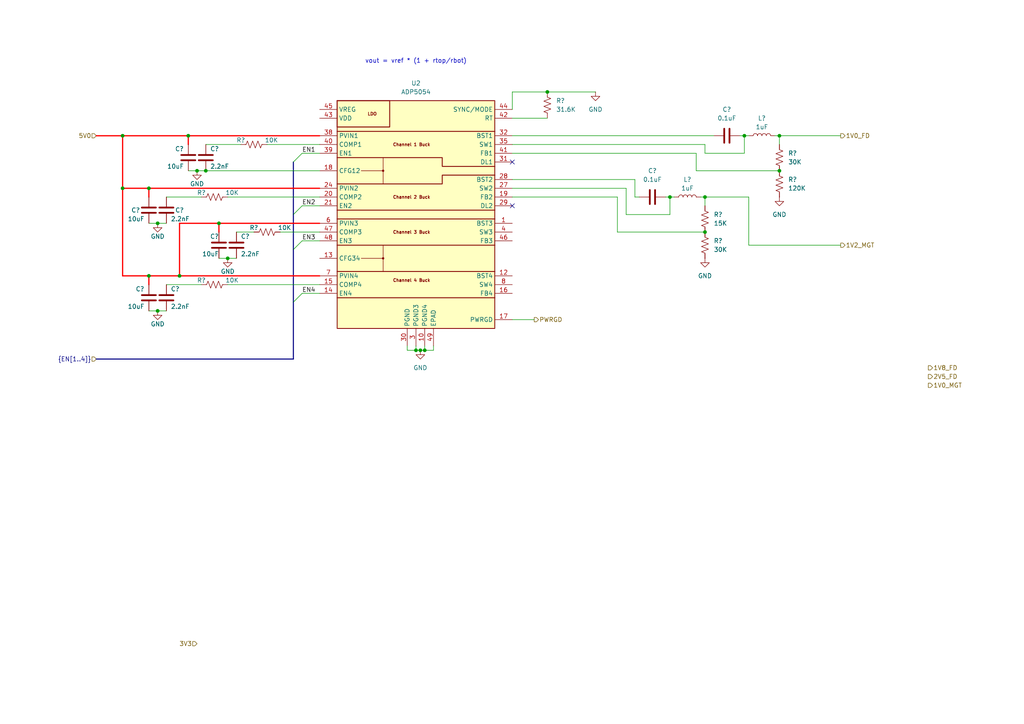
<source format=kicad_sch>
(kicad_sch (version 20250114) (generator "eeschema") (generator_version "9.0")
  (paper "A4")
  (title_block (title "RPi HwAB HAT+") (date "2025-08-23") (rev "01") (company "Andre S Winkel"))
  (lib_symbols
    (symbol "Device:C" (pin_numbers (hide yes)) (pin_names (offset 0.254))
      (property "Reference" "C" (at 0.635 2.54 0))
      (property "Value" "C" (at 0.635 -2.54 0))
      (symbol "C_0_1"
        (polyline (pts (xy -2.032 0.762) (xy 2.032 0.762)) (stroke (width 0.508)))
        (polyline (pts (xy -2.032 -0.762) (xy 2.032 -0.762)) (stroke (width 0.508)))
      )
      (symbol "C_1_1"
        (pin passive line (at 0 3.81 270) (length 2.794) (name "~") (number "1"))
        (pin passive line (at 0 -3.81 90) (length 2.794) (name "~") (number "2"))
      )
    )
    (symbol "Device:L" (pin_numbers (hide yes)) (pin_names (offset 1.016) (hide yes))
      (property "Reference" "L" (at -1.27 0 90))
      (property "Value" "L" (at 1.905 0 90))
      (symbol "L_0_1"
        (arc (start 0 2.54) (mid 0.6323 1.905) (end 0 1.27))
        (arc (start 0 1.27) (mid 0.6323 0.635) (end 0 0))
        (arc (start 0 0) (mid 0.6323 -0.635) (end 0 -1.27))
        (arc (start 0 -1.27) (mid 0.6323 -1.905) (end 0 -2.54))
      )
      (symbol "L_1_1"
        (pin passive line (at 0 3.81 270) (length 1.27) (name "1") (number "1"))
        (pin passive line (at 0 -3.81 90) (length 1.27) (name "2") (number "2"))
      )
    )
    (symbol "Device:R_US" (pin_numbers (hide yes)) (pin_names (offset 0))
      (property "Reference" "R" (at 2.54 0 90))
      (property "Value" "R_US" (at -2.54 0 90))
      (symbol "R_US_0_1"
        (polyline (pts (xy 0 2.286) (xy 0 2.54)))
        (polyline (pts (xy 0 2.286) (xy 1.016 1.905) (xy 0 1.524) (xy -1.016 1.143) (xy 0 0.762)))
        (polyline (pts (xy 0 0.762) (xy 1.016 0.381) (xy 0 0) (xy -1.016 -0.381) (xy 0 -0.762)))
        (polyline (pts (xy 0 -0.762) (xy 1.016 -1.143) (xy 0 -1.524) (xy -1.016 -1.905) (xy 0 -2.286)))
        (polyline (pts (xy 0 -2.286) (xy 0 -2.54)))
      )
      (symbol "R_US_1_1"
        (pin passive line (at 0 3.81 270) (length 1.27) (name "~") (number "1"))
        (pin passive line (at 0 -3.81 90) (length 1.27) (name "~") (number "2"))
      )
    )
    (symbol "Regulator_Switching:ADP5054"
      (property "Reference" "U2" (at 0 27.94 0))
      (property "Value" "ADP5054" (at 0 25.4 0))
      (symbol "ADP5054_0_0"
        (polyline (pts (xy -22.86 6.35) (xy 7.62 6.35) (xy 7.62 3.81) (xy 22.86 3.81)) (stroke (width 0.254)))
        (polyline (pts (xy -22.86 -19.05) (xy 22.86 -19.05)) (stroke (width 0.254)))
        (polyline (pts (xy -22.86 -34.29) (xy 22.86 -34.29)) (stroke (width 0.254)))
        (polyline (pts (xy -15.875 2.54) (xy -9.525 2.54) (xy -9.525 -1.27)))
        (polyline (pts (xy -15.875 -22.86) (xy -9.525 -22.86) (xy -9.525 -26.67)))
        (circle (center -9.525 2.54) (radius 0.254) (fill (type outline)))
        (polyline (pts (xy -9.525 2.54) (xy -9.525 6.35)))
        (circle (center -9.525 -22.86) (radius 0.254) (fill (type outline)))
        (polyline (pts (xy -9.525 -22.86) (xy -9.525 -19.05)))
        (polyline (pts (xy 22.86 1.27) (xy 7.62 1.27) (xy 7.62 -1.27) (xy -22.86 -1.27)) (stroke (width 0.254)))
        (polyline (pts (xy 22.86 -26.67) (xy -22.86 -26.67)) (stroke (width 0.254)))
        (text "LDO" (at -12.7 19.05 0) (effects (font (size 0.889 0.889) (bold yes))))
        (text "Channel 1 Buck" (at -1.27 10.16 0) (effects (font (size 0.889 0.889) (bold yes))))
        (text "Channel 2 Buck" (at -1.27 -5.08 0) (effects (font (size 0.889 0.889) (bold yes))))
        (text "Channel 3 Buck" (at -1.27 -15.24 0) (effects (font (size 0.889 0.889) (bold yes))))
        (text "Channel 4 Buck" (at -1.27 -29.21 0) (effects (font (size 0.889 0.889) (bold yes))))
      )
      (symbol "ADP5054_0_1"
        (rectangle (start -22.86 22.86) (end -7.62 15.24) (stroke (width 0.254)))
        (rectangle (start -22.86 16.51) (end -22.86 16.51))
        (polyline (pts (xy -22.86 -8.89) (xy 22.86 -8.89)) (stroke (width 0.254)))
        (polyline (pts (xy 22.86 13.97) (xy -22.86 13.97)) (stroke (width 0.254)))
        (polyline (pts (xy 22.86 -11.43) (xy -22.86 -11.43)) (stroke (width 0.254)))
      )
      (symbol "ADP5054_1_1"
        (rectangle (start -22.86 22.86) (end 22.86 -43.18) (stroke (width 0.254)) (fill (type background)))
        (pin power_out line (at -27.94 20.32 0) (length 5.08) (name "VREG") (number "45"))
        (pin power_out line (at -27.94 17.78 0) (length 5.08) (name "VDD") (number "43"))
        (pin passive line (at -27.94 12.7 0) (length 5.08) (hide yes) (name "PVIN1") (number "36"))
        (pin passive line (at -27.94 12.7 0) (length 5.08) (hide yes) (name "PVIN1") (number "37"))
        (pin power_in line (at -27.94 12.7 0) (length 5.08) (name "PVIN1") (number "38"))
        (pin unspecified line (at -27.94 10.16 0) (length 5.08) (name "COMP1") (number "40"))
        (pin input line (at -27.94 7.62 0) (length 5.08) (name "EN1") (number "39"))
        (pin input line (at -27.94 2.54 0) (length 5.08) (name "CFG12") (number "18"))
        (pin passive line (at -27.94 -2.54 0) (length 5.08) (hide yes) (name "PVIN2") (number "22"))
        (pin passive line (at -27.94 -2.54 0) (length 5.08) (hide yes) (name "PVIN2") (number "23"))
        (pin power_in line (at -27.94 -2.54 0) (length 5.08) (name "PVIN2") (number "24"))
        (pin unspecified line (at -27.94 -5.08 0) (length 5.08) (name "COMP2") (number "20"))
        (pin input line (at -27.94 -7.62 0) (length 5.08) (name "EN2") (number "21"))
        (pin power_in line (at -27.94 -12.7 0) (length 5.08) (name "PVIN3") (number "6"))
        (pin unspecified line (at -27.94 -15.24 0) (length 5.08) (name "COMP3") (number "47"))
        (pin input line (at -27.94 -17.78 0) (length 5.08) (name "EN3") (number "48"))
        (pin input line (at -27.94 -22.86 0) (length 5.08) (name "CFG34") (number "13"))
        (pin power_in line (at -27.94 -27.94 0) (length 5.08) (name "PVIN4") (number "7"))
        (pin unspecified line (at -27.94 -30.48 0) (length 5.08) (name "COMP4") (number "15"))
        (pin input line (at -27.94 -33.02 0) (length 5.08) (name "EN4") (number "14"))
        (pin power_in line (at -2.54 -48.26 90) (length 5.08) (name "PGND") (number "30"))
        (pin passive line (at 0 -48.26 90) (length 5.08) (hide yes) (name "PGND3") (number "2"))
        (pin power_in line (at 0 -48.26 90) (length 5.08) (name "PGND3") (number "3"))
        (pin power_in line (at 2.54 -48.26 90) (length 5.08) (name "PGND4") (number "10"))
        (pin passive line (at 2.54 -48.26 90) (length 5.08) (hide yes) (name "PGND4") (number "11"))
        (pin power_in line (at 5.08 -48.26 90) (length 5.08) (name "EPAD") (number "49"))
        (pin unspecified line (at 27.94 20.32 180) (length 5.08) (name "SYNC/MODE") (number "44"))
        (pin unspecified line (at 27.94 17.78 180) (length 5.08) (name "RT") (number "42"))
        (pin power_in line (at 27.94 12.7 180) (length 5.08) (name "BST1") (number "32"))
        (pin power_out line (at 27.94 10.16 180) (length 5.08) (name "SW1") (number "35"))
        (pin passive line (at 27.94 7.62 180) (length 5.08) (hide yes) (name "SW1") (number "33"))
        (pin passive line (at 27.94 7.62 180) (length 5.08) (hide yes) (name "SW1") (number "34"))
        (pin input line (at 27.94 7.62 180) (length 5.08) (name "FB1") (number "41"))
        (pin output line (at 27.94 5.08 180) (length 5.08) (name "DL1") (number "31"))
        (pin power_in line (at 27.94 0 180) (length 5.08) (name "BST2") (number "28"))
        (pin passive line (at 27.94 -2.54 180) (length 5.08) (hide yes) (name "SW2") (number "25"))
        (pin passive line (at 27.94 -2.54 180) (length 5.08) (hide yes) (name "SW2") (number "26"))
        (pin power_out line (at 27.94 -2.54 180) (length 5.08) (name "SW2") (number "27"))
        (pin input line (at 27.94 -5.08 180) (length 5.08) (name "FB2") (number "19"))
        (pin output line (at 27.94 -7.62 180) (length 5.08) (name "DL2") (number "29"))
        (pin power_in line (at 27.94 -12.7 180) (length 5.08) (name "BST3") (number "1"))
        (pin power_out line (at 27.94 -15.24 180) (length 5.08) (name "SW3") (number "4"))
        (pin passive line (at 27.94 -15.24 180) (length 5.08) (hide yes) (name "SW3") (number "5"))
        (pin input line (at 27.94 -17.78 180) (length 5.08) (name "FB3") (number "46"))
        (pin power_in line (at 27.94 -27.94 180) (length 5.08) (name "BST4") (number "12"))
        (pin power_out line (at 27.94 -30.48 180) (length 5.08) (name "SW4") (number "8"))
        (pin passive line (at 27.94 -30.48 180) (length 5.08) (hide yes) (name "SW4") (number "9"))
        (pin input line (at 27.94 -33.02 180) (length 5.08) (name "FB4") (number "16"))
        (pin open_collector line (at 27.94 -40.64 180) (length 5.08) (name "PWRGD") (number "17"))
      )
    )
    (symbol "power:GND" (power) (pin_numbers (hide yes)) (pin_names (offset 0) (hide yes))
      (property "Value" "GND" (at 0 -3.81 0))
      (symbol "GND_0_1"
        (polyline (pts (xy 0 0) (xy 0 -1.27) (xy 1.27 -1.27) (xy 0 -2.54) (xy -1.27 -1.27) (xy 0 -1.27)))
      )
      (symbol "GND_1_1"
        (pin power_in line (at 0 0 270) (length 0) (name "~") (number "1"))
      )
    )
  )
  (text "vout = vref * (1 + rtop/rbot)" (at 120.65 17.78 0) (effects (font (size 1.27 1.27))))
  (junction (at 52.07 80.01))
  (junction (at 54.61 39.37))
  (junction (at 66.04 74.93))
  (junction (at 204.47 67.31))
  (junction (at 194.31 57.15))
  (junction (at 35.56 39.37))
  (junction (at 226.06 49.53))
  (junction (at 158.75 26.67))
  (junction (at 121.92 101.6))
  (junction (at 215.9 39.37))
  (junction (at 59.69 49.53))
  (junction (at 35.56 54.61))
  (junction (at 45.72 64.77))
  (junction (at 57.15 49.53))
  (junction (at 45.72 90.17))
  (junction (at 43.18 54.61))
  (junction (at 43.18 80.01))
  (junction (at 204.47 57.15))
  (junction (at 226.06 39.37))
  (junction (at 120.65 101.6))
  (junction (at 63.5 64.77))
  (junction (at 123.19 101.6))
  (no_connect (at 148.59 59.69))
  (no_connect (at 148.59 46.99))
  (bus_entry (at 87.63 85.09) (size -2.54 2.54))
  (bus_entry (at 87.63 59.69) (size -2.54 2.54))
  (bus_entry (at 87.63 69.85) (size -2.54 2.54))
  (bus_entry (at 87.63 44.45) (size -2.54 2.54))
  (wire (pts (xy 215.9 39.37) (xy 217.17 39.37)))
  (wire (pts (xy 181.61 54.61) (xy 148.59 54.61)))
  (wire (pts (xy 35.56 54.61) (xy 43.18 54.61)) (stroke (width 0.3556) (color 255 0 0 1)))
  (wire (pts (xy 43.18 90.17) (xy 45.72 90.17)))
  (wire (pts (xy 68.58 67.31) (xy 73.66 67.31)))
  (wire (pts (xy 54.61 39.37) (xy 92.71 39.37)) (stroke (width 0.3556) (color 255 0 0 1)))
  (wire (pts (xy 179.07 67.31) (xy 204.47 67.31)))
  (wire (pts (xy 204.47 41.91) (xy 204.47 44.45)))
  (wire (pts (xy 35.56 39.37) (xy 54.61 39.37)) (stroke (width 0.3556) (color 255 0 0 1)))
  (wire (pts (xy 52.07 80.01) (xy 52.07 64.77)) (stroke (width 0.3556) (color 255 0 0 1)))
  (wire (pts (xy 148.59 92.71) (xy 154.94 92.71)))
  (wire (pts (xy 148.59 26.67) (xy 158.75 26.67)))
  (wire (pts (xy 48.26 57.15) (xy 58.42 57.15)))
  (wire (pts (xy 203.2 57.15) (xy 204.47 57.15)))
  (wire (pts (xy 181.61 54.61) (xy 181.61 62.23)))
  (wire (pts (xy 194.31 57.15) (xy 195.58 57.15)))
  (wire (pts (xy 54.61 41.91) (xy 54.61 39.37)) (stroke (width 0.3556) (color 255 0 0 1)))
  (wire (pts (xy 148.59 52.07) (xy 184.15 52.07)))
  (wire (pts (xy 125.73 101.6) (xy 123.19 101.6)))
  (wire (pts (xy 66.04 82.55) (xy 92.71 82.55)))
  (wire (pts (xy 87.63 59.69) (xy 92.71 59.69)))
  (wire (pts (xy 214.63 39.37) (xy 215.9 39.37)))
  (wire (pts (xy 194.31 57.15) (xy 194.31 62.23)))
  (wire (pts (xy 148.59 39.37) (xy 207.01 39.37)))
  (wire (pts (xy 217.17 71.12) (xy 243.84 71.12)))
  (wire (pts (xy 204.47 44.45) (xy 215.9 44.45)))
  (wire (pts (xy 63.5 74.93) (xy 66.04 74.93)))
  (wire (pts (xy 54.61 49.53) (xy 57.15 49.53)))
  (wire (pts (xy 193.04 57.15) (xy 194.31 57.15)))
  (wire (pts (xy 215.9 39.37) (xy 215.9 44.45)))
  (wire (pts (xy 201.93 49.53) (xy 226.06 49.53)))
  (wire (pts (xy 123.19 100.33) (xy 123.19 101.6)))
  (wire (pts (xy 66.04 57.15) (xy 92.71 57.15)))
  (bus (pts (xy 85.09 87.63) (xy 85.09 104.14)))
  (wire (pts (xy 77.47 41.91) (xy 92.71 41.91)))
  (wire (pts (xy 148.59 44.45) (xy 201.93 44.45)))
  (wire (pts (xy 35.56 54.61) (xy 35.56 80.01)) (stroke (width 0.3556) (color 255 0 0 1)))
  (wire (pts (xy 148.59 31.75) (xy 148.59 26.67)))
  (wire (pts (xy 45.72 90.17) (xy 48.26 90.17)))
  (wire (pts (xy 43.18 57.15) (xy 43.18 54.61)) (stroke (width 0.3556) (color 255 0 0 1)))
  (bus (pts (xy 27.94 104.14) (xy 85.09 104.14)))
  (wire (pts (xy 125.73 100.33) (xy 125.73 101.6)))
  (wire (pts (xy 48.26 82.55) (xy 58.42 82.55)))
  (bus (pts (xy 85.09 46.99) (xy 85.09 62.23)))
  (wire (pts (xy 43.18 54.61) (xy 92.71 54.61)) (stroke (width 0.3556) (color 255 0 0 1)))
  (wire (pts (xy 148.59 41.91) (xy 204.47 41.91)))
  (wire (pts (xy 52.07 80.01) (xy 92.71 80.01)) (stroke (width 0.3556) (color 255 0 0 1)))
  (wire (pts (xy 43.18 80.01) (xy 52.07 80.01)) (stroke (width 0.3556) (color 255 0 0 1)))
  (wire (pts (xy 179.07 57.15) (xy 179.07 67.31)))
  (wire (pts (xy 45.72 64.77) (xy 48.26 64.77)))
  (wire (pts (xy 43.18 82.55) (xy 43.18 80.01)) (stroke (width 0.3556) (color 255 0 0 1)))
  (wire (pts (xy 123.19 101.6) (xy 121.92 101.6)))
  (wire (pts (xy 35.56 39.37) (xy 35.56 54.61)) (stroke (width 0.3556) (color 255 0 0 1)))
  (wire (pts (xy 63.5 64.77) (xy 92.71 64.77)) (stroke (width 0.3556) (color 255 0 0 1)))
  (wire (pts (xy 57.15 49.53) (xy 59.69 49.53)))
  (wire (pts (xy 120.65 101.6) (xy 121.92 101.6)))
  (wire (pts (xy 179.07 57.15) (xy 148.59 57.15)))
  (wire (pts (xy 204.47 57.15) (xy 217.17 57.15)))
  (wire (pts (xy 184.15 52.07) (xy 184.15 57.15)))
  (wire (pts (xy 81.28 67.31) (xy 92.71 67.31)))
  (wire (pts (xy 120.65 100.33) (xy 120.65 101.6)))
  (wire (pts (xy 87.63 85.09) (xy 92.71 85.09)))
  (bus (pts (xy 85.09 72.39) (xy 85.09 87.63)))
  (wire (pts (xy 118.11 100.33) (xy 118.11 101.6)))
  (wire (pts (xy 224.79 39.37) (xy 226.06 39.37)))
  (wire (pts (xy 201.93 44.45) (xy 201.93 49.53)))
  (wire (pts (xy 148.59 34.29) (xy 158.75 34.29)))
  (bus (pts (xy 85.09 62.23) (xy 85.09 72.39)))
  (wire (pts (xy 204.47 57.15) (xy 204.47 59.69)))
  (wire (pts (xy 226.06 39.37) (xy 243.84 39.37)))
  (wire (pts (xy 217.17 57.15) (xy 217.17 71.12)))
  (wire (pts (xy 226.06 39.37) (xy 226.06 41.91)))
  (wire (pts (xy 66.04 74.93) (xy 68.58 74.93)))
  (wire (pts (xy 181.61 62.23) (xy 194.31 62.23)))
  (wire (pts (xy 87.63 69.85) (xy 92.71 69.85)))
  (wire (pts (xy 184.15 57.15) (xy 185.42 57.15)))
  (wire (pts (xy 158.75 26.67) (xy 172.72 26.67)))
  (wire (pts (xy 27.94 39.37) (xy 35.56 39.37)) (stroke (width 0.3556) (color 255 0 0 1)))
  (wire (pts (xy 43.18 64.77) (xy 45.72 64.77)))
  (wire (pts (xy 87.63 44.45) (xy 92.71 44.45)))
  (wire (pts (xy 52.07 64.77) (xy 63.5 64.77)) (stroke (width 0.3556) (color 255 0 0 1)))
  (wire (pts (xy 35.56 80.01) (xy 43.18 80.01)) (stroke (width 0.3556) (color 255 0 0 1)))
  (wire (pts (xy 118.11 101.6) (xy 120.65 101.6)))
  (wire (pts (xy 63.5 67.31) (xy 63.5 64.77)) (stroke (width 0.3556) (color 255 0 0 1)))
  (wire (pts (xy 59.69 41.91) (xy 69.85 41.91)))
  (wire (pts (xy 59.69 49.53) (xy 92.71 49.53)))
  (label "EN2" (at 87.63 59.69 0))
  (label "EN4" (at 87.63 85.09 0))
  (label "EN3" (at 87.63 69.85 0))
  (label "EN1" (at 87.63 44.45 0))
  (hierarchical_label "PWRGD" (shape output) (at 154.94 92.71 0))
  (hierarchical_label "1V8_FD" (shape output) (at 269.24 106.68 0))
  (hierarchical_label "1V0_MGT" (shape output) (at 269.24 111.76 0))
  (hierarchical_label "1V0_FD" (shape output) (at 243.84 39.37 0))
  (hierarchical_label "1V2_MGT" (shape output) (at 243.84 71.12 0))
  (hierarchical_label "2V5_FD" (shape output) (at 269.24 109.22 0))
  (hierarchical_label "3V3" (shape input) (at 57.15 186.69 180))
  (hierarchical_label "{EN[1..4]}" (shape input) (at 27.94 104.14 180))
  (hierarchical_label "5V0" (shape input) (at 27.94 39.37 180))
  (symbol (lib_id "Device:R_US") (at 226.06 53.34 0) (unit 1)
    (property "Reference" "R?" (at 228.6 52.0699 0) (effects (justify left)))
    (property "Value" "120K" (at 228.6 54.6099 0) (effects (justify left)))
    (property "Description" "Resistor, US symbol" (effects (hide yes)))
  )
  (symbol (lib_id "power:GND") (at 57.15 49.53 0) (unit 1)
    (property "Reference" "#PWR016" (effects (hide yes)))
    (property "Value" "GND" (at 57.15 53.34 0))
    (property "Description" "Power symbol creates a global label with name \"GND\" , ground" (effects (hide yes)))
  )
  (symbol (lib_id "Regulator_Switching:ADP5054") (at 120.65 52.07 0) (unit 1)
    (property "Reference" "U2" (at 120.65 24.13 0))
    (property "Value" "ADP5054" (at 120.65 26.67 0))
    (property "Footprint" "Package_DFN_QFN:QFN-48-1EP_7x7mm_P0.5mm_EP5.15x5.15mm" (effects (hide yes)))
    (property "Datasheet" "https://www.analog.com/media/en/technical-documentation/data-sheets/ADP5054.pdf" (effects (hide yes)))
    (property "Description" "250kHz to 2MHz, 6A/6A/2A/2A Quad Buck Regulator, -40 to +125C, QFN-48" (effects (hide yes)))
  )
  (symbol (lib_id "Device:C") (at 63.5 71.12 0) (mirror y) (unit 1)
    (property "Reference" "C?" (at 63.5 68.58 0) (effects (justify left)))
    (property "Value" "10uF" (at 63.5 73.66 0) (effects (justify left)))
    (property "Description" "Unpolarized capacitor" (effects (hide yes)))
  )
  (symbol (lib_id "Device:C") (at 43.18 60.96 0) (mirror y) (unit 1)
    (property "Reference" "C?" (at 40.64 60.96 0) (effects (justify left)))
    (property "Value" "10uF" (at 41.91 63.5 0) (effects (justify left)))
    (property "Description" "Unpolarized capacitor" (effects (hide yes)))
  )
  (symbol (lib_id "Device:R_US") (at 62.23 57.15 90) (unit 1)
    (property "Reference" "R?" (at 58.42 55.88 90))
    (property "Value" "10K" (at 67.31 55.88 90))
    (property "Description" "Resistor, US symbol" (effects (hide yes)))
  )
  (symbol (lib_id "Device:R_US") (at 204.47 63.5 0) (unit 1)
    (property "Reference" "R?" (at 207.01 62.2299 0) (effects (justify left)))
    (property "Value" "15K" (at 207.01 64.7699 0) (effects (justify left)))
    (property "Description" "Resistor, US symbol" (effects (hide yes)))
  )
  (symbol (lib_id "Device:C") (at 43.18 86.36 0) (mirror y) (unit 1)
    (property "Reference" "C?" (at 41.91 83.82 0) (effects (justify left)))
    (property "Value" "10uF" (at 41.91 88.9 0) (effects (justify left)))
    (property "Description" "Unpolarized capacitor" (effects (hide yes)))
  )
  (symbol (lib_id "Device:R_US") (at 77.47 67.31 90) (unit 1)
    (property "Reference" "R?" (at 73.66 66.04 90))
    (property "Value" "10K" (at 82.55 66.04 90))
    (property "Description" "Resistor, US symbol" (effects (hide yes)))
  )
  (symbol (lib_id "Device:C") (at 68.58 71.12 0) (mirror y) (unit 1)
    (property "Reference" "C?" (at 69.85 68.58 0) (effects (justify right)))
    (property "Value" "2.2nF" (at 69.85 73.66 0) (effects (justify right)))
    (property "Description" "Unpolarized capacitor" (effects (hide yes)))
  )
  (symbol (lib_id "Device:R_US") (at 158.75 30.48 0) (unit 1)
    (property "Reference" "R?" (at 161.29 29.2099 0) (effects (justify left)))
    (property "Value" "31.6K" (at 161.29 31.7499 0) (effects (justify left)))
    (property "Description" "Resistor, US symbol" (effects (hide yes)))
  )
  (symbol (lib_id "Device:C") (at 59.69 45.72 0) (mirror y) (unit 1)
    (property "Reference" "C?" (at 60.96 43.18 0) (effects (justify right)))
    (property "Value" "2.2nF" (at 60.96 48.26 0) (effects (justify right)))
    (property "Description" "Unpolarized capacitor" (effects (hide yes)))
  )
  (symbol (lib_id "Device:R_US") (at 204.47 71.12 0) (unit 1)
    (property "Reference" "R?" (at 207.01 69.8499 0) (effects (justify left)))
    (property "Value" "30K" (at 207.01 72.3899 0) (effects (justify left)))
    (property "Description" "Resistor, US symbol" (effects (hide yes)))
  )
  (symbol (lib_id "Device:C") (at 48.26 60.96 0) (mirror y) (unit 1)
    (property "Reference" "C?" (at 50.8 60.96 0) (effects (justify right)))
    (property "Value" "2.2nF" (at 49.53 63.5 0) (effects (justify right)))
    (property "Description" "Unpolarized capacitor" (effects (hide yes)))
  )
  (symbol (lib_id "Device:C") (at 189.23 57.15 90) (unit 1)
    (property "Reference" "C?" (at 189.23 49.53 90))
    (property "Value" "0.1uF" (at 189.23 52.07 90))
    (property "Description" "Unpolarized capacitor" (effects (hide yes)))
  )
  (symbol (lib_id "Device:L") (at 220.98 39.37 90) (unit 1)
    (property "Reference" "L?" (at 220.98 34.29 90))
    (property "Value" "1uF" (at 220.98 36.83 90))
    (property "Description" "Inductor" (effects (hide yes)))
  )
  (symbol (lib_id "Device:C") (at 54.61 45.72 0) (mirror y) (unit 1)
    (property "Reference" "C?" (at 53.34 43.18 0) (effects (justify left)))
    (property "Value" "10uF" (at 53.34 48.26 0) (effects (justify left)))
    (property "Description" "Unpolarized capacitor" (effects (hide yes)))
  )
  (symbol (lib_id "power:GND") (at 204.47 74.93 0) (unit 1)
    (property "Reference" "#PWR018" (effects (hide yes)))
    (property "Value" "GND" (at 204.47 80.01 0))
    (property "Description" "Power symbol creates a global label with name \"GND\" , ground" (effects (hide yes)))
  )
  (symbol (lib_id "Device:L") (at 199.39 57.15 90) (unit 1)
    (property "Reference" "L?" (at 199.39 52.07 90))
    (property "Value" "1uF" (at 199.39 54.61 90))
    (property "Description" "Inductor" (effects (hide yes)))
  )
  (symbol (lib_id "Device:R_US") (at 73.66 41.91 90) (unit 1)
    (property "Reference" "R?" (at 69.85 40.64 90))
    (property "Value" "10K" (at 78.74 40.64 90))
    (property "Description" "Resistor, US symbol" (effects (hide yes)))
  )
  (symbol (lib_id "power:GND") (at 45.72 64.77 0) (unit 1)
    (property "Reference" "#PWR012" (effects (hide yes)))
    (property "Value" "GND" (at 45.72 68.58 0))
    (property "Description" "Power symbol creates a global label with name \"GND\" , ground" (effects (hide yes)))
  )
  (symbol (lib_id "power:GND") (at 121.92 101.6 0) (unit 1)
    (property "Reference" "#PWR09" (effects (hide yes)))
    (property "Value" "GND" (at 121.92 106.68 0))
    (property "Description" "Power symbol creates a global label with name \"GND\" , ground" (effects (hide yes)))
  )
  (symbol (lib_id "power:GND") (at 66.04 74.93 0) (unit 1)
    (property "Reference" "#PWR014" (effects (hide yes)))
    (property "Value" "GND" (at 66.04 78.74 0))
    (property "Description" "Power symbol creates a global label with name \"GND\" , ground" (effects (hide yes)))
  )
  (symbol (lib_id "Device:C") (at 210.82 39.37 90) (unit 1)
    (property "Reference" "C?" (at 210.82 31.75 90))
    (property "Value" "0.1uF" (at 210.82 34.29 90))
    (property "Description" "Unpolarized capacitor" (effects (hide yes)))
  )
  (symbol (lib_id "power:GND") (at 172.72 26.67 0) (unit 1)
    (property "Reference" "#PWR010" (effects (hide yes)))
    (property "Value" "GND" (at 172.72 31.75 0))
    (property "Description" "Power symbol creates a global label with name \"GND\" , ground" (effects (hide yes)))
  )
  (symbol (lib_id "power:GND") (at 226.06 57.15 0) (unit 1)
    (property "Reference" "#PWR017" (effects (hide yes)))
    (property "Value" "GND" (at 226.06 62.23 0))
    (property "Description" "Power symbol creates a global label with name \"GND\" , ground" (effects (hide yes)))
  )
  (symbol (lib_id "Device:R_US") (at 226.06 45.72 0) (unit 1)
    (property "Reference" "R?" (at 228.6 44.4499 0) (effects (justify left)))
    (property "Value" "30K" (at 228.6 46.9899 0) (effects (justify left)))
    (property "Description" "Resistor, US symbol" (effects (hide yes)))
  )
  (symbol (lib_id "Device:C") (at 48.26 86.36 0) (mirror y) (unit 1)
    (property "Reference" "C?" (at 49.53 83.82 0) (effects (justify right)))
    (property "Value" "2.2nF" (at 49.53 88.9 0) (effects (justify right)))
    (property "Description" "Unpolarized capacitor" (effects (hide yes)))
  )
  (symbol (lib_id "Device:R_US") (at 62.23 82.55 90) (unit 1)
    (property "Reference" "R?" (at 58.42 81.28 90))
    (property "Value" "10K" (at 67.31 81.28 90))
    (property "Description" "Resistor, US symbol" (effects (hide yes)))
  )
  (symbol (lib_id "power:GND") (at 45.72 90.17 0) (unit 1)
    (property "Reference" "#PWR015" (effects (hide yes)))
    (property "Value" "GND" (at 45.72 93.98 0))
    (property "Description" "Power symbol creates a global label with name \"GND\" , ground" (effects (hide yes)))
  )
)
</source>
